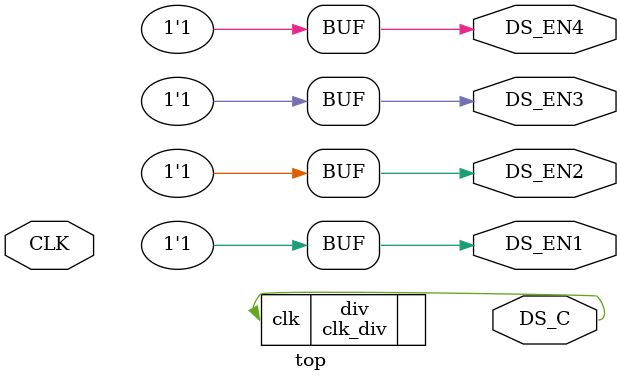
<source format=v>
/*
*   Introduction to FPGA and Verilog
*
*   Viktor Prutyanov, 2019
*
*   Problem set #03
*/

/*
*   Top-level module
*/
module top(
    input CLK,

    output DS_C,
    output DS_EN1, DS_EN2, DS_EN3, DS_EN4
);

assign {DS_EN1, DS_EN2, DS_EN3, DS_EN4} = 4'b1111;

/*
*   Problem 1/:
*   Make an instance of the parametrized clock divider module (clk_div)
*   written in the previous problem set.
*   Connect CLK to the input and DS_C to the output of the divider.
*   Choose any value of parameter X in range [11; 14].
*/

clk_div #(.X(12)) div (.clk(CLK), .clk(DS_C));

endmodule

</source>
